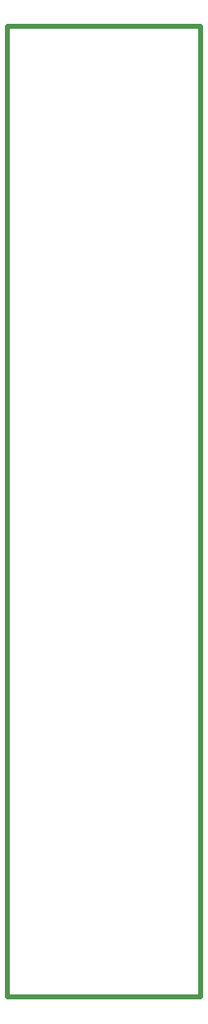
<source format=gm1>
G04 #@! TF.GenerationSoftware,KiCad,Pcbnew,(5.1.10)-1*
G04 #@! TF.CreationDate,2021-10-20T10:43:16-05:00*
G04 #@! TF.ProjectId,Slew Limiter Board,536c6577-204c-4696-9d69-74657220426f,1.2*
G04 #@! TF.SameCoordinates,Original*
G04 #@! TF.FileFunction,Profile,NP*
%FSLAX46Y46*%
G04 Gerber Fmt 4.6, Leading zero omitted, Abs format (unit mm)*
G04 Created by KiCad (PCBNEW (5.1.10)-1) date 2021-10-20 10:43:16*
%MOMM*%
%LPD*%
G01*
G04 APERTURE LIST*
G04 #@! TA.AperFunction,Profile*
%ADD10C,0.500000*%
G04 #@! TD*
G04 APERTURE END LIST*
D10*
X10000000Y-50000000D02*
X10000000Y50000000D01*
X-10000000Y50000000D02*
X-10000000Y-50000000D01*
X-10000000Y50000000D02*
X10000000Y50000000D01*
X-10000000Y-50000000D02*
X10000000Y-50000000D01*
M02*

</source>
